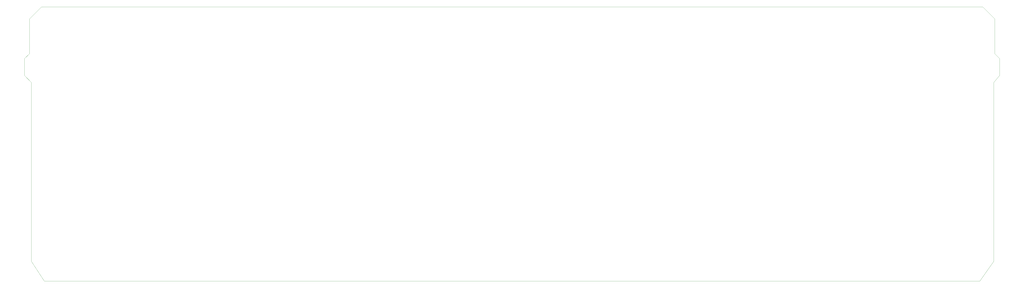
<source format=gbr>
%TF.GenerationSoftware,KiCad,Pcbnew,8.0.8*%
%TF.CreationDate,2025-11-12T22:54:25+00:00*%
%TF.ProjectId,Blueboard-Kicad,426c7565-626f-4617-9264-2d4b69636164,rev?*%
%TF.SameCoordinates,Original*%
%TF.FileFunction,Profile,NP*%
%FSLAX46Y46*%
G04 Gerber Fmt 4.6, Leading zero omitted, Abs format (unit mm)*
G04 Created by KiCad (PCBNEW 8.0.8) date 2025-11-12 22:54:25*
%MOMM*%
%LPD*%
G01*
G04 APERTURE LIST*
%TA.AperFunction,Profile*%
%ADD10C,0.050000*%
%TD*%
G04 APERTURE END LIST*
D10*
X500000000Y-255000000D02*
X29500000Y-255000000D01*
X28000000Y-117000000D02*
X501500000Y-117000000D01*
X22000000Y-123000000D02*
X22000000Y-140500000D01*
X23000000Y-210500000D02*
X23000000Y-245000000D01*
X23000000Y-210500000D02*
X23000000Y-155000000D01*
X19500000Y-143000000D02*
X22000000Y-140500000D01*
X23000000Y-155000000D02*
X19500000Y-151500000D01*
X19500000Y-151500000D02*
X19500000Y-143000000D01*
X23000000Y-245000000D02*
X29500000Y-255000000D01*
X22000000Y-123000000D02*
X28000000Y-117000000D01*
X507000000Y-245000000D02*
X500000000Y-255000000D01*
X507000000Y-210500000D02*
X507000000Y-245000000D01*
X507500000Y-123000000D02*
X501500000Y-117000000D01*
X507500000Y-140500000D02*
X507500000Y-123000000D01*
X510000000Y-143000000D02*
X507500000Y-140500000D01*
X510000000Y-151500000D02*
X510000000Y-143000000D01*
X507000000Y-155000000D02*
X510000000Y-151500000D01*
X507000000Y-210500000D02*
X507000000Y-155000000D01*
M02*

</source>
